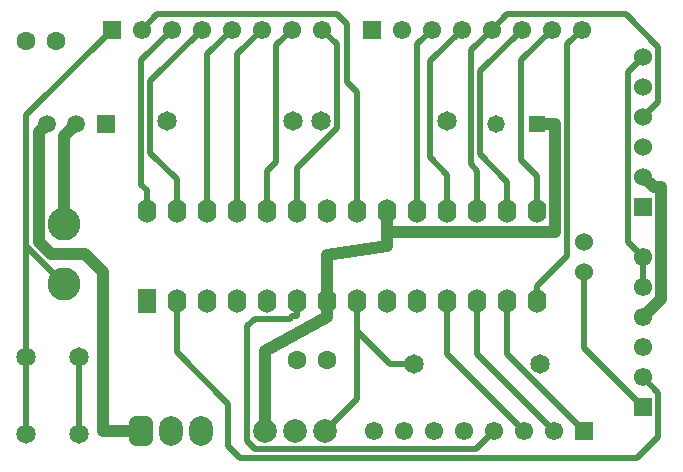
<source format=gtl>
G04 Layer_Physical_Order=1*
G04 Layer_Color=25308*
%FSLAX43Y43*%
%MOMM*%
G71*
G01*
G75*
%ADD10C,1.000*%
%ADD11C,0.500*%
%ADD12C,2.000*%
%ADD13R,1.550X1.550*%
%ADD14C,1.550*%
%ADD15R,1.524X1.524*%
%ADD16C,1.524*%
%ADD17R,1.550X1.550*%
%ADD18C,1.473*%
%ADD19R,1.473X1.473*%
%ADD20R,1.600X2.000*%
%ADD21O,1.600X2.000*%
%ADD22C,1.600*%
%ADD23C,2.800*%
%ADD24C,1.650*%
%ADD25O,2.000X2.500*%
G04:AMPARAMS|DCode=26|XSize=2mm|YSize=2.5mm|CornerRadius=0.5mm|HoleSize=0mm|Usage=FLASHONLY|Rotation=0.000|XOffset=0mm|YOffset=0mm|HoleType=Round|Shape=RoundedRectangle|*
%AMROUNDEDRECTD26*
21,1,2.000,1.500,0,0,0.0*
21,1,1.000,2.500,0,0,0.0*
1,1,1.000,0.500,-0.750*
1,1,1.000,-0.500,-0.750*
1,1,1.000,-0.500,0.750*
1,1,1.000,0.500,0.750*
%
%ADD26ROUNDEDRECTD26*%
%ADD27C,1.651*%
%ADD28R,1.500X1.500*%
%ADD29C,1.500*%
D10*
X35320Y18670D02*
Y21620D01*
X30240Y17882D02*
X35320Y18670D01*
X30240Y14000D02*
Y17882D01*
X25000Y9749D02*
X30240Y12700D01*
X25000Y3000D02*
Y9749D01*
X5842Y28342D02*
X6500Y29000D01*
X5842Y19050D02*
Y28342D01*
X9728Y18009D02*
X11227Y16510D01*
X5842Y19050D02*
X6883Y18009D01*
X9728D01*
X11227Y3000D02*
Y16510D01*
Y3000D02*
X14460D01*
X49570Y19863D02*
Y29000D01*
X48000D02*
X49570D01*
X35320Y19863D02*
X49570D01*
X8000Y20540D02*
Y28000D01*
X9000Y29000D01*
X57912Y23628D02*
X58547D01*
X57000Y12620D02*
X58547Y14167D01*
X30240Y12700D02*
Y14000D01*
X57000Y24540D02*
X57912Y23628D01*
X58547Y14167D02*
Y23628D01*
D11*
X27700Y12734D02*
Y14000D01*
X27296Y12734D02*
X27700D01*
X27059Y12497D02*
X27296Y12734D01*
X24130Y12497D02*
X27059D01*
X32780Y5700D02*
Y11498D01*
X22620Y21620D02*
Y34920D01*
X24700Y37000D01*
X4750Y9250D02*
Y18710D01*
Y29750D01*
X20080Y21620D02*
Y34920D01*
X22160Y37000D01*
X48020Y21620D02*
Y24613D01*
X46660Y25973D02*
X48020Y24613D01*
X46660Y25973D02*
Y34420D01*
X49240Y37000D01*
X45480Y9520D02*
X52000Y3000D01*
X45480Y9520D02*
Y14000D01*
X23495Y11862D02*
X24130Y12497D01*
X23495Y2134D02*
Y11862D01*
X24130Y1499D02*
X42879D01*
X17540Y21620D02*
Y24308D01*
X15265Y26582D02*
Y32645D01*
X57000Y29620D02*
X58268Y30888D01*
Y35560D01*
X45438Y38278D02*
X55550D01*
X45480Y21620D02*
Y24130D01*
X43155Y26455D02*
Y33455D01*
X55728Y33428D02*
X57000Y34700D01*
X55728Y18972D02*
Y33428D01*
Y18972D02*
X57000Y17700D01*
X52000Y10000D02*
Y16460D01*
Y10000D02*
X57000Y5000D01*
X31902Y32551D02*
Y37490D01*
X31115Y38278D02*
X31902Y37490D01*
X14540Y37000D02*
X15818Y38278D01*
X9250Y2750D02*
Y9250D01*
X42940Y9520D02*
Y14000D01*
Y9520D02*
X49460Y3000D01*
X40400Y9520D02*
Y14000D01*
Y9520D02*
X46920Y3000D01*
X42879Y1499D02*
X44380Y3000D01*
X23495Y2134D02*
X24130Y1499D01*
X17540Y9663D02*
Y14000D01*
Y9663D02*
X21869Y5334D01*
Y1727D02*
Y5334D01*
Y1727D02*
X22860Y737D01*
X56490D01*
X58293Y2540D01*
Y6247D01*
X57000Y7540D02*
X58293Y6247D01*
X15000Y21620D02*
Y23379D01*
X14503Y23876D02*
X15000Y23379D01*
X14503Y23876D02*
Y34423D01*
X17080Y37000D01*
X15265Y32645D02*
X19620Y37000D01*
X15265Y26582D02*
X17540Y24308D01*
X25160Y21620D02*
Y25044D01*
X25933Y25818D01*
Y35693D01*
X27240Y37000D01*
X27700Y21620D02*
Y25312D01*
X31039Y28651D01*
Y35741D01*
X29780Y37000D02*
X31039Y35741D01*
X37860Y21620D02*
Y35780D01*
X39080Y37000D01*
X40400Y21620D02*
Y24714D01*
X38938Y26176D02*
X40400Y24714D01*
X38938Y26176D02*
Y34318D01*
X41620Y37000D01*
X42940Y21620D02*
Y25030D01*
X42393Y25578D02*
X42940Y25030D01*
X42393Y25578D02*
Y35233D01*
X44160Y37000D01*
X45438Y38278D01*
X55550D02*
X58268Y35560D01*
X43155Y33455D02*
X46700Y37000D01*
X43155Y26455D02*
X45480Y24130D01*
X48020Y14000D02*
Y15311D01*
X50570Y17861D01*
Y35790D01*
X51780Y37000D01*
X4750Y2750D02*
Y9250D01*
Y18710D02*
X8000Y15460D01*
X4750Y29750D02*
X12000Y37000D01*
X30080Y3000D02*
X32780Y5700D01*
X35560Y8718D02*
X37626D01*
X32780Y11498D02*
X35560Y8718D01*
X32780Y11498D02*
Y14000D01*
X57000Y15160D02*
Y17700D01*
X15818Y38278D02*
X31115D01*
X31902Y32551D02*
X32780Y31674D01*
Y21620D02*
Y31674D01*
D12*
X25000Y3000D02*
D03*
X27540D02*
D03*
X30080D02*
D03*
D13*
X57000Y5000D02*
D03*
D14*
Y7540D02*
D03*
Y10080D02*
D03*
Y12620D02*
D03*
Y15160D02*
D03*
Y17700D02*
D03*
X39300Y3000D02*
D03*
X41840D02*
D03*
X44380D02*
D03*
X46920D02*
D03*
X49460D02*
D03*
X36760D02*
D03*
X34220D02*
D03*
X24700Y37000D02*
D03*
X22160D02*
D03*
X19620D02*
D03*
X17080D02*
D03*
X14540D02*
D03*
X27240D02*
D03*
X29780D02*
D03*
X46700D02*
D03*
X44160D02*
D03*
X41620D02*
D03*
X39080D02*
D03*
X36540D02*
D03*
X49240D02*
D03*
X51780D02*
D03*
D15*
X57000Y22000D02*
D03*
D16*
Y24540D02*
D03*
Y27080D02*
D03*
Y29620D02*
D03*
Y32160D02*
D03*
Y34700D02*
D03*
X52000Y19000D02*
D03*
Y16460D02*
D03*
D17*
Y3000D02*
D03*
X12000Y37000D02*
D03*
X34000D02*
D03*
D18*
X44500Y29000D02*
D03*
D19*
X48000D02*
D03*
D20*
X15000Y14000D02*
D03*
D21*
X17540D02*
D03*
X20080D02*
D03*
X22620D02*
D03*
X25160D02*
D03*
X27700D02*
D03*
X30240D02*
D03*
X32780D02*
D03*
X35320D02*
D03*
X37860D02*
D03*
X40400D02*
D03*
X42940D02*
D03*
X45480D02*
D03*
X48020D02*
D03*
X15000Y21620D02*
D03*
X17540D02*
D03*
X20080D02*
D03*
X22620D02*
D03*
X25160D02*
D03*
X27700D02*
D03*
X30240D02*
D03*
X32780D02*
D03*
X35320D02*
D03*
X37860D02*
D03*
X40400D02*
D03*
X42940D02*
D03*
X45480D02*
D03*
X48020D02*
D03*
D22*
X30270Y9000D02*
D03*
X27730D02*
D03*
X7270Y36000D02*
D03*
X4730D02*
D03*
D23*
X8000Y20540D02*
D03*
Y15460D02*
D03*
D24*
X27374Y29282D02*
D03*
X16706D02*
D03*
X40374D02*
D03*
X29706D02*
D03*
X37626Y8718D02*
D03*
X48294D02*
D03*
D25*
X19540Y3000D02*
D03*
X17000D02*
D03*
D26*
X14460D02*
D03*
D27*
X9250Y2750D02*
D03*
Y9250D02*
D03*
X4750Y2750D02*
D03*
Y9250D02*
D03*
D28*
X11500Y29000D02*
D03*
D29*
X9000D02*
D03*
X6500D02*
D03*
M02*

</source>
